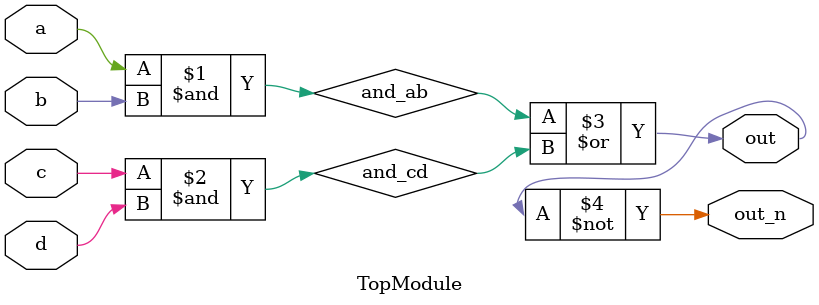
<source format=v>
module TopModule (
    input  a,
    input  b,
    input  c,
    input  d,
    output out,
    output out_n
);

    // Intermediate wires to connect AND gates to OR gate
    wire and_ab;
    wire and_cd;
    
    // First layer: AND gates
    assign and_ab = a & b;
    assign and_cd = c & d;
    
    // Second layer: OR gate
    assign out = and_ab | and_cd;
    
    // Inverted output
    assign out_n = ~out;

endmodule

</source>
